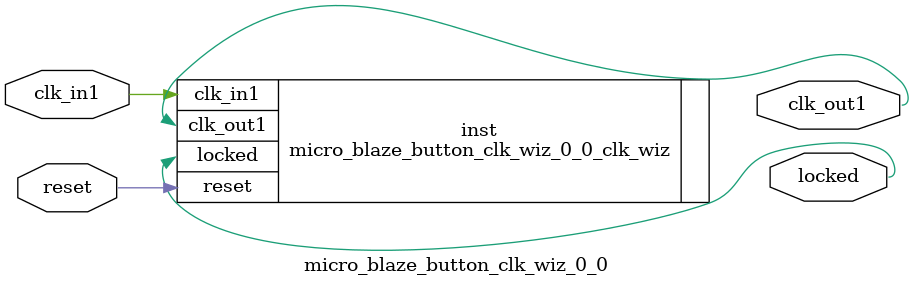
<source format=v>


`timescale 1ps/1ps

(* CORE_GENERATION_INFO = "micro_blaze_button_clk_wiz_0_0,clk_wiz_v6_0_4_0_0,{component_name=micro_blaze_button_clk_wiz_0_0,use_phase_alignment=true,use_min_o_jitter=false,use_max_i_jitter=false,use_dyn_phase_shift=false,use_inclk_switchover=false,use_dyn_reconfig=false,enable_axi=0,feedback_source=FDBK_AUTO,PRIMITIVE=MMCM,num_out_clk=1,clkin1_period=10.000,clkin2_period=10.000,use_power_down=false,use_reset=true,use_locked=true,use_inclk_stopped=false,feedback_type=SINGLE,CLOCK_MGR_TYPE=NA,manual_override=false}" *)

module micro_blaze_button_clk_wiz_0_0 
 (
  // Clock out ports
  output        clk_out1,
  // Status and control signals
  input         reset,
  output        locked,
 // Clock in ports
  input         clk_in1
 );

  micro_blaze_button_clk_wiz_0_0_clk_wiz inst
  (
  // Clock out ports  
  .clk_out1(clk_out1),
  // Status and control signals               
  .reset(reset), 
  .locked(locked),
 // Clock in ports
  .clk_in1(clk_in1)
  );

endmodule

</source>
